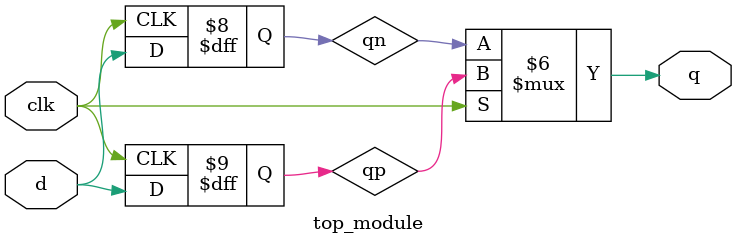
<source format=sv>
module top_module(
    input clk,
    input d,
    output reg q);

    reg qp;
    reg qn;
    
    always @(posedge clk) begin
        qp <= d;
    end
    
    always @(negedge clk) begin
        qn <= d;
    end
    
    always @(clk) begin
        if (clk == 1'b1) begin
            q <= qp;
        end else begin
            q <= qn;
        end
    end
    
endmodule

</source>
